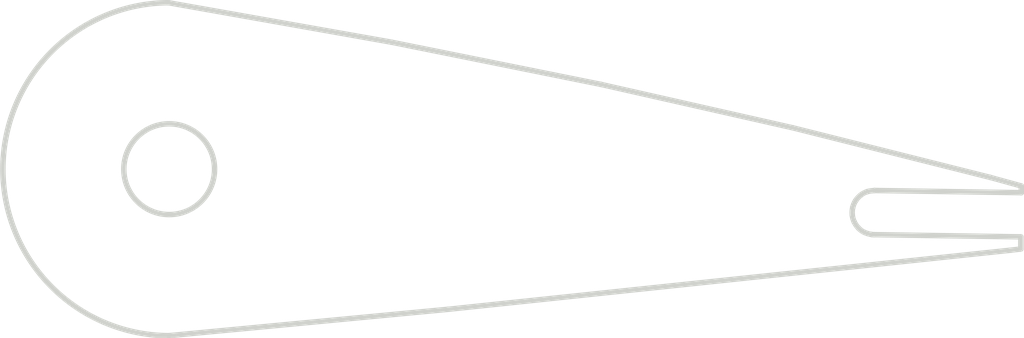
<source format=kicad_pcb>
(kicad_pcb (version 20171130) (host pcbnew "(5.1.2)-1")

  (general
    (thickness 1.6)
    (drawings 24)
    (tracks 0)
    (zones 0)
    (modules 0)
    (nets 1)
  )

  (page A4)
  (layers
    (0 F.Cu signal)
    (31 B.Cu signal)
    (32 B.Adhes user)
    (33 F.Adhes user)
    (34 B.Paste user)
    (35 F.Paste user)
    (36 B.SilkS user)
    (37 F.SilkS user)
    (38 B.Mask user)
    (39 F.Mask user)
    (40 Dwgs.User user)
    (41 Cmts.User user)
    (42 Eco1.User user)
    (43 Eco2.User user)
    (44 Edge.Cuts user)
    (45 Margin user)
    (46 B.CrtYd user)
    (47 F.CrtYd user)
    (48 B.Fab user)
    (49 F.Fab user)
  )

  (setup
    (last_trace_width 0.25)
    (trace_clearance 0.2)
    (zone_clearance 0.508)
    (zone_45_only no)
    (trace_min 0.2)
    (via_size 0.8)
    (via_drill 0.4)
    (via_min_size 0.4)
    (via_min_drill 0.3)
    (uvia_size 0.3)
    (uvia_drill 0.1)
    (uvias_allowed no)
    (uvia_min_size 0.2)
    (uvia_min_drill 0.1)
    (edge_width 0.05)
    (segment_width 0.2)
    (pcb_text_width 0.3)
    (pcb_text_size 1.5 1.5)
    (mod_edge_width 0.12)
    (mod_text_size 1 1)
    (mod_text_width 0.15)
    (pad_size 1.524 1.524)
    (pad_drill 0.762)
    (pad_to_mask_clearance 0.051)
    (solder_mask_min_width 0.25)
    (aux_axis_origin 24.13 64.77)
    (visible_elements 7FFFFFFF)
    (pcbplotparams
      (layerselection 0x01000_7ffffffe)
      (usegerberextensions false)
      (usegerberattributes false)
      (usegerberadvancedattributes false)
      (creategerberjobfile false)
      (excludeedgelayer true)
      (linewidth 0.100000)
      (plotframeref false)
      (viasonmask false)
      (mode 1)
      (useauxorigin false)
      (hpglpennumber 1)
      (hpglpenspeed 20)
      (hpglpendiameter 15.000000)
      (psnegative false)
      (psa4output false)
      (plotreference true)
      (plotvalue true)
      (plotinvisibletext false)
      (padsonsilk false)
      (subtractmaskfromsilk false)
      (outputformat 1)
      (mirror false)
      (drillshape 0)
      (scaleselection 1)
      (outputdirectory "./"))
  )

  (net 0 "")

  (net_class Default "This is the default net class."
    (clearance 0.2)
    (trace_width 0.25)
    (via_dia 0.8)
    (via_drill 0.4)
    (uvia_dia 0.3)
    (uvia_drill 0.1)
  )

  (gr_line (start 55.631543 26.112512) (end 48.398852 24.295616) (layer Edge.Cuts) (width 0.2))
  (gr_curve (pts (xy 50.589256 27.213636) (xy 50.567975 27.302249) (xy 50.561837 27.394415) (xy 50.570914 27.485025)) (layer Edge.Cuts) (width 0.2))
  (gr_curve (pts (xy 50.696395 26.963618) (xy 50.64696 27.039963) (xy 50.610536 27.125023) (xy 50.589256 27.213636)) (layer Edge.Cuts) (width 0.2))
  (gr_line (start 33.662601 21.1517) (end 25.488813 19.704566) (layer Edge.Cuts) (width 0.2))
  (gr_line (start 41.349963 22.700629) (end 33.662601 21.1517) (layer Edge.Cuts) (width 0.2))
  (gr_curve (pts (xy 50.570914 27.485025) (xy 50.57999 27.575635) (xy 50.604281 27.664689) (xy 50.643437 27.747186)) (layer Edge.Cuts) (width 0.2))
  (gr_curve (pts (xy 51.120102 26.634852) (xy 51.033738 26.661326) (xy 50.952229 26.70667) (xy 50.880251 26.763157)) (layer Edge.Cuts) (width 0.2))
  (gr_arc (start 25.511717 25.81148) (end 25.488813 19.704566) (angle -179.6700836) (layer Edge.Cuts) (width 0.2))
  (gr_curve (pts (xy 51.279792 28.207441) (xy 51.316644 28.212957) (xy 51.340731 28.213073) (xy 51.364818 28.213189)) (layer Edge.Cuts) (width 0.2))
  (gr_curve (pts (xy 51.01905 28.129972) (xy 51.107367 28.170492) (xy 51.213952 28.197586) (xy 51.279792 28.207441)) (layer Edge.Cuts) (width 0.2))
  (gr_line (start 56.77184 26.426665) (end 55.631543 26.112512) (layer Edge.Cuts) (width 0.2))
  (gr_line (start 48.398852 24.295616) (end 41.349963 22.700629) (layer Edge.Cuts) (width 0.2))
  (gr_curve (pts (xy 50.798648 27.970563) (xy 50.860683 28.035505) (xy 50.930732 28.089452) (xy 51.01905 28.129972)) (layer Edge.Cuts) (width 0.2))
  (gr_curve (pts (xy 50.880251 26.763157) (xy 50.808275 26.819644) (xy 50.745829 26.887273) (xy 50.696395 26.963618)) (layer Edge.Cuts) (width 0.2))
  (gr_curve (pts (xy 51.388901 26.593174) (xy 51.297683 26.600777) (xy 51.206465 26.608379) (xy 51.120102 26.634852)) (layer Edge.Cuts) (width 0.2))
  (gr_curve (pts (xy 50.643437 27.747186) (xy 50.682593 27.829682) (xy 50.736614 27.90562) (xy 50.798648 27.970563)) (layer Edge.Cuts) (width 0.2))
  (gr_line (start 56.77184 26.426665) (end 56.77184 26.673237) (layer Edge.Cuts) (width 0.2))
  (gr_line (start 56.755609 28.293369) (end 56.755609 28.739462) (layer Edge.Cuts) (width 0.2))
  (gr_line (start 51.364818 28.213189) (end 56.755609 28.293369) (layer Edge.Cuts) (width 0.2))
  (gr_line (start 56.77184 26.673237) (end 51.388901 26.593174) (layer Edge.Cuts) (width 0.2))
  (gr_line (start 56.364028 28.7848) (end 56.755609 28.739462) (layer Edge.Cuts) (width 0.2))
  (gr_line (start 25.499457 31.918424) (end 35.745027 30.951205) (layer Edge.Cuts) (width 0.2))
  (gr_line (start 35.745027 30.951205) (end 56.364028 28.7848) (layer Edge.Cuts) (width 0.2))
  (gr_circle (center 25.51176 25.81148) (end 27.17676 25.81148) (layer Edge.Cuts) (width 0.2))

)

</source>
